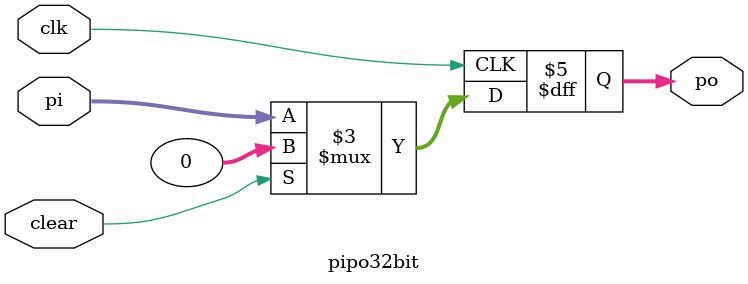
<source format=v>
module pipo32bit(input clk,clear,input[31:0] pi, output reg[31:0]po);

always @(posedge clk)
    begin
        if (clear)
        po<= 32'b0000;
    
        else
        po <= pi;
    end
endmodule
</source>
